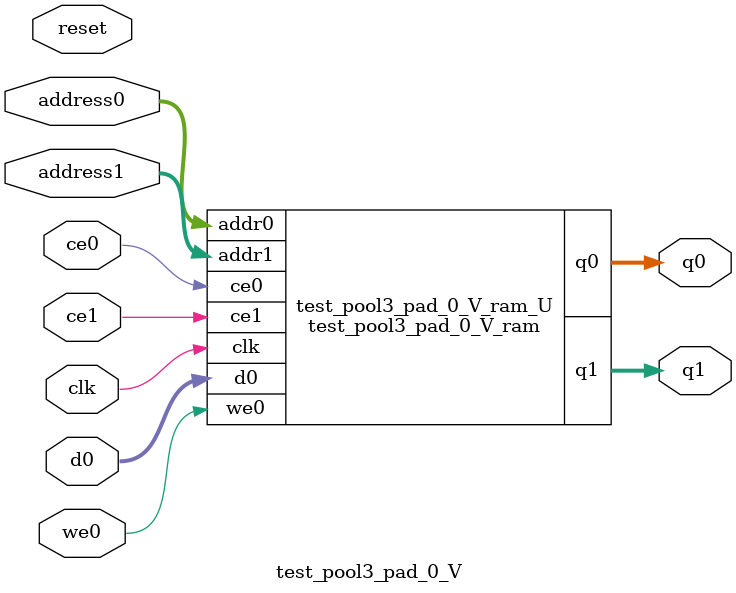
<source format=v>
`timescale 1 ns / 1 ps
module test_pool3_pad_0_V_ram (addr0, ce0, d0, we0, q0, addr1, ce1, q1,  clk);

parameter DWIDTH = 4;
parameter AWIDTH = 18;
parameter MEM_SIZE = 204800;

input[AWIDTH-1:0] addr0;
input ce0;
input[DWIDTH-1:0] d0;
input we0;
output reg[DWIDTH-1:0] q0;
input[AWIDTH-1:0] addr1;
input ce1;
output reg[DWIDTH-1:0] q1;
input clk;

(* ram_style = "block" *)reg [DWIDTH-1:0] ram[0:MEM_SIZE-1];




always @(posedge clk)  
begin 
    if (ce0) begin
        if (we0) 
            ram[addr0] <= d0; 
        q0 <= ram[addr0];
    end
end


always @(posedge clk)  
begin 
    if (ce1) begin
        q1 <= ram[addr1];
    end
end


endmodule

`timescale 1 ns / 1 ps
module test_pool3_pad_0_V(
    reset,
    clk,
    address0,
    ce0,
    we0,
    d0,
    q0,
    address1,
    ce1,
    q1);

parameter DataWidth = 32'd4;
parameter AddressRange = 32'd204800;
parameter AddressWidth = 32'd18;
input reset;
input clk;
input[AddressWidth - 1:0] address0;
input ce0;
input we0;
input[DataWidth - 1:0] d0;
output[DataWidth - 1:0] q0;
input[AddressWidth - 1:0] address1;
input ce1;
output[DataWidth - 1:0] q1;



test_pool3_pad_0_V_ram test_pool3_pad_0_V_ram_U(
    .clk( clk ),
    .addr0( address0 ),
    .ce0( ce0 ),
    .we0( we0 ),
    .d0( d0 ),
    .q0( q0 ),
    .addr1( address1 ),
    .ce1( ce1 ),
    .q1( q1 ));

endmodule


</source>
